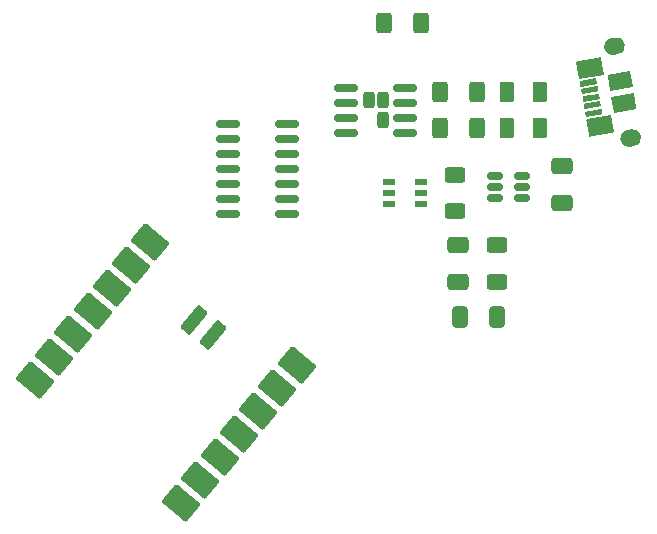
<source format=gbr>
%TF.GenerationSoftware,KiCad,Pcbnew,9.0.5*%
%TF.CreationDate,2025-11-15T18:52:14+05:30*%
%TF.ProjectId,HeartPCB_KiCad,48656172-7450-4434-925f-4b694361642e,rev?*%
%TF.SameCoordinates,Original*%
%TF.FileFunction,Paste,Bot*%
%TF.FilePolarity,Positive*%
%FSLAX46Y46*%
G04 Gerber Fmt 4.6, Leading zero omitted, Abs format (unit mm)*
G04 Created by KiCad (PCBNEW 9.0.5) date 2025-11-15 18:52:14*
%MOMM*%
%LPD*%
G01*
G04 APERTURE LIST*
G04 Aperture macros list*
%AMRoundRect*
0 Rectangle with rounded corners*
0 $1 Rounding radius*
0 $2 $3 $4 $5 $6 $7 $8 $9 X,Y pos of 4 corners*
0 Add a 4 corners polygon primitive as box body*
4,1,4,$2,$3,$4,$5,$6,$7,$8,$9,$2,$3,0*
0 Add four circle primitives for the rounded corners*
1,1,$1+$1,$2,$3*
1,1,$1+$1,$4,$5*
1,1,$1+$1,$6,$7*
1,1,$1+$1,$8,$9*
0 Add four rect primitives between the rounded corners*
20,1,$1+$1,$2,$3,$4,$5,0*
20,1,$1+$1,$4,$5,$6,$7,0*
20,1,$1+$1,$6,$7,$8,$9,0*
20,1,$1+$1,$8,$9,$2,$3,0*%
%AMRotRect*
0 Rectangle, with rotation*
0 The origin of the aperture is its center*
0 $1 length*
0 $2 width*
0 $3 Rotation angle, in degrees counterclockwise*
0 Add horizontal line*
21,1,$1,$2,0,0,$3*%
G04 Aperture macros list end*
%ADD10C,0.000000*%
%ADD11RoundRect,0.250000X-0.375000X-0.625000X0.375000X-0.625000X0.375000X0.625000X-0.375000X0.625000X0*%
%ADD12RoundRect,0.250000X0.400000X0.625000X-0.400000X0.625000X-0.400000X-0.625000X0.400000X-0.625000X0*%
%ADD13RoundRect,0.250000X0.650000X-0.412500X0.650000X0.412500X-0.650000X0.412500X-0.650000X-0.412500X0*%
%ADD14RoundRect,0.250000X-0.412500X-0.650000X0.412500X-0.650000X0.412500X0.650000X-0.412500X0.650000X0*%
%ADD15R,0.977900X0.558800*%
%ADD16RoundRect,0.250000X-0.650000X0.412500X-0.650000X-0.412500X0.650000X-0.412500X0.650000X0.412500X0*%
%ADD17RoundRect,0.250000X-0.400000X-0.625000X0.400000X-0.625000X0.400000X0.625000X-0.400000X0.625000X0*%
%ADD18RoundRect,0.250000X0.625000X-0.400000X0.625000X0.400000X-0.625000X0.400000X-0.625000X-0.400000X0*%
%ADD19RoundRect,0.250000X-0.625000X0.400000X-0.625000X-0.400000X0.625000X-0.400000X0.625000X0.400000X0*%
%ADD20RotRect,1.380000X0.450000X190.000000*%
%ADD21RotRect,1.900000X1.375000X190.000000*%
%ADD22RotRect,2.100000X1.475000X190.000000*%
%ADD23RoundRect,0.200000X1.414332X-0.142440X-0.385872X1.368111X-1.414332X0.142440X0.385872X-1.368111X0*%
%ADD24RoundRect,0.200000X-1.414332X0.142440X0.385872X-1.368111X1.414332X-0.142440X-0.385872X1.368111X0*%
%ADD25RoundRect,0.110000X-0.395718X-1.156117X1.069837X0.590464X0.395718X1.156117X-1.069837X-0.590464X0*%
%ADD26RoundRect,0.150000X0.825000X0.150000X-0.825000X0.150000X-0.825000X-0.150000X0.825000X-0.150000X0*%
%ADD27RoundRect,0.150000X-0.512500X-0.150000X0.512500X-0.150000X0.512500X0.150000X-0.512500X0.150000X0*%
%ADD28RoundRect,0.250000X-0.255000X-0.440000X0.255000X-0.440000X0.255000X0.440000X-0.255000X0.440000X0*%
%ADD29RoundRect,0.150000X-0.825000X-0.150000X0.825000X-0.150000X0.825000X0.150000X-0.825000X0.150000X0*%
G04 APERTURE END LIST*
D10*
%TO.C,J1*%
G36*
X176725647Y-69757257D02*
G01*
X175366612Y-69996890D01*
X175288470Y-69553727D01*
X176647505Y-69314092D01*
X176725647Y-69757257D01*
G37*
G36*
X176838518Y-70397381D02*
G01*
X175479483Y-70637015D01*
X175401342Y-70193853D01*
X176760376Y-69954217D01*
X176838518Y-70397381D01*
G37*
G36*
X176951476Y-71037998D02*
G01*
X175592441Y-71277632D01*
X175514300Y-70834469D01*
X176873333Y-70594835D01*
X176951476Y-71037998D01*
G37*
G36*
X177064347Y-71678123D02*
G01*
X175705313Y-71917759D01*
X175627084Y-71474102D01*
X176986119Y-71234467D01*
X177064347Y-71678123D01*
G37*
G36*
X177321837Y-68992104D02*
G01*
X175253741Y-69356765D01*
X174997610Y-67904176D01*
X177065706Y-67539512D01*
X177321837Y-68992104D01*
G37*
G36*
X177177132Y-72317756D02*
G01*
X175818097Y-72557390D01*
X175740042Y-72114719D01*
X177099077Y-71875085D01*
X177177132Y-72317756D01*
G37*
G36*
X178177141Y-73842774D02*
G01*
X176109045Y-74207436D01*
X175852914Y-72754844D01*
X177921010Y-72390183D01*
X178177141Y-73842774D01*
G37*
G36*
X179744458Y-70062177D02*
G01*
X177873323Y-70392108D01*
X177634557Y-69037998D01*
X179505692Y-68708066D01*
X179744458Y-70062177D01*
G37*
G36*
X180070309Y-71910169D02*
G01*
X178199174Y-72240100D01*
X177960321Y-70885497D01*
X179831456Y-70555566D01*
X180070309Y-71910169D01*
G37*
G36*
X178291214Y-65851561D02*
G01*
X178291214Y-65851561D01*
G75*
G02*
X178534322Y-67230292I117586J-690039D01*
G01*
X178140399Y-67299751D01*
G75*
G02*
X177897291Y-65921021I-117599J690051D01*
G01*
X178291214Y-65851561D01*
G37*
G36*
X179662948Y-73631050D02*
G01*
X179662948Y-73631050D01*
G75*
G02*
X179906056Y-75009781I117652J-690050D01*
G01*
X179512133Y-75079240D01*
G75*
G02*
X179269025Y-73700509I-117633J690040D01*
G01*
X179662948Y-73631050D01*
G37*
%TD*%
D11*
%TO.C,D1*%
X169100000Y-70500000D03*
X171900000Y-70500000D03*
%TD*%
D12*
%TO.C,R1*%
X166550000Y-73500000D03*
X163450000Y-73500000D03*
%TD*%
D13*
%TO.C,C1*%
X165000000Y-86562500D03*
X165000000Y-83437500D03*
%TD*%
D11*
%TO.C,D2*%
X169100000Y-73500000D03*
X171900000Y-73500000D03*
%TD*%
D14*
%TO.C,C2*%
X165125000Y-89500000D03*
X168250000Y-89500000D03*
%TD*%
D12*
%TO.C,R2*%
X166550000Y-70500000D03*
X163450000Y-70500000D03*
%TD*%
D15*
%TO.C,Q1*%
X161839850Y-78049999D03*
X161839850Y-79000000D03*
X161839850Y-79950001D03*
X159160150Y-79950001D03*
X159160150Y-79000000D03*
X159160150Y-78049999D03*
%TD*%
D16*
%TO.C,C3*%
X173750000Y-76750000D03*
X173750000Y-79875000D03*
%TD*%
D17*
%TO.C,R3*%
X158700000Y-64600000D03*
X161800000Y-64600000D03*
%TD*%
D18*
%TO.C,R5*%
X164750000Y-80550000D03*
X164750000Y-77450000D03*
%TD*%
D19*
%TO.C,R4*%
X168250000Y-83450000D03*
X168250000Y-86550000D03*
%TD*%
D20*
%TO.C,J1*%
X176459036Y-72215904D03*
X176346165Y-71575779D03*
X176233293Y-70935654D03*
X176120422Y-70295529D03*
X176007551Y-69655404D03*
D21*
X179015764Y-71397500D03*
X178690000Y-69550000D03*
D22*
X177015520Y-73298722D03*
X176160129Y-68447559D03*
%TD*%
D23*
%TO.C,U3*%
X129130400Y-94845980D03*
X130763080Y-92900227D03*
X132395761Y-90954474D03*
X134028441Y-89008721D03*
X135661122Y-87062968D03*
X137293803Y-85117215D03*
X138926483Y-83171462D03*
D24*
X151309591Y-93562124D03*
X149676911Y-95507877D03*
X148044230Y-97453630D03*
X146411550Y-99399383D03*
X144778869Y-101345136D03*
X143146189Y-103290889D03*
X141513508Y-105236641D03*
D25*
X142651698Y-89750338D03*
X144183787Y-91035913D03*
%TD*%
D26*
%TO.C,U5*%
X150475000Y-73190000D03*
X150475000Y-74460000D03*
X150475000Y-75730000D03*
X150475000Y-77000000D03*
X150475000Y-78270000D03*
X150475000Y-79540000D03*
X150475000Y-80810000D03*
X145525000Y-80810000D03*
X145525000Y-79540000D03*
X145525000Y-78270000D03*
X145525000Y-77000000D03*
X145525000Y-75730000D03*
X145525000Y-74460000D03*
X145525000Y-73190000D03*
%TD*%
D27*
%TO.C,U2*%
X168112500Y-79450000D03*
X168112500Y-78500000D03*
X168112500Y-77550000D03*
X170387500Y-77550000D03*
X170387500Y-78500000D03*
X170387500Y-79450000D03*
%TD*%
D28*
%TO.C,U1*%
X157400000Y-71175000D03*
X158600000Y-71175000D03*
X158600000Y-72825000D03*
D29*
X155525000Y-73905000D03*
X155525000Y-72635000D03*
X155525000Y-71365000D03*
X155525000Y-70095000D03*
X160475000Y-70095000D03*
X160475000Y-71365000D03*
X160475000Y-72635000D03*
X160475000Y-73905000D03*
%TD*%
M02*

</source>
